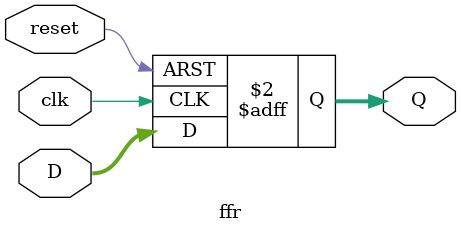
<source format=v>
/* Resettable D-FlipFlop
 * Author: Tobias Minn, 29.08.2016   
 * 
*/ 

module ffr #(parameter WIDTH=32)(
        input [WIDTH-1:0] D,
        input clk,
        input reset,
        output reg [WIDTH-1:0] Q    );
        
        always @ (posedge clk, posedge reset)
        begin
            if(reset)
                Q <= 32'b0;
            else
                Q <= D;
        end
endmodule
</source>
